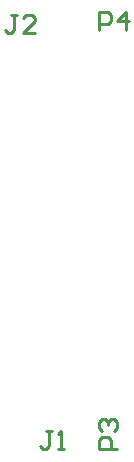
<source format=gbr>
%TF.GenerationSoftware,Altium Limited,Altium Designer,21.2.2 (38)*%
G04 Layer_Color=65535*
%FSLAX45Y45*%
%MOMM*%
%TF.SameCoordinates,97337FA2-2587-4777-A85E-210607466B5F*%
%TF.FilePolarity,Positive*%
%TF.FileFunction,Legend,Top*%
%TF.Part,Single*%
G01*
G75*
%TA.AperFunction,NonConductor*%
%ADD15C,0.25400*%
D15*
X1273041Y4523825D02*
Y4676175D01*
X1349217D01*
X1374608Y4650783D01*
Y4600000D01*
X1349217Y4574608D01*
X1273041D01*
X1501567Y4523825D02*
Y4676175D01*
X1425392Y4600000D01*
X1526959D01*
X574608Y4651175D02*
X523825D01*
X549217D01*
Y4524217D01*
X523825Y4498825D01*
X498433D01*
X473041Y4524217D01*
X726959Y4498825D02*
X625392D01*
X726959Y4600392D01*
Y4625783D01*
X701567Y4651175D01*
X650784D01*
X625392Y4625783D01*
X875000Y1126175D02*
X824217D01*
X849608D01*
Y999216D01*
X824217Y973825D01*
X798825D01*
X773433Y999216D01*
X925784Y973825D02*
X976567D01*
X951176D01*
Y1126175D01*
X925784Y1100783D01*
X1426175Y973041D02*
X1273825D01*
Y1049217D01*
X1299217Y1074608D01*
X1350000D01*
X1375392Y1049217D01*
Y973041D01*
X1299217Y1125392D02*
X1273825Y1150784D01*
Y1201567D01*
X1299217Y1226959D01*
X1324608D01*
X1350000Y1201567D01*
Y1176175D01*
Y1201567D01*
X1375392Y1226959D01*
X1400784D01*
X1426175Y1201567D01*
Y1150784D01*
X1400784Y1125392D01*
%TF.MD5,bcadbbec9a035d1ee1e6cd5aeec321a1*%
M02*

</source>
